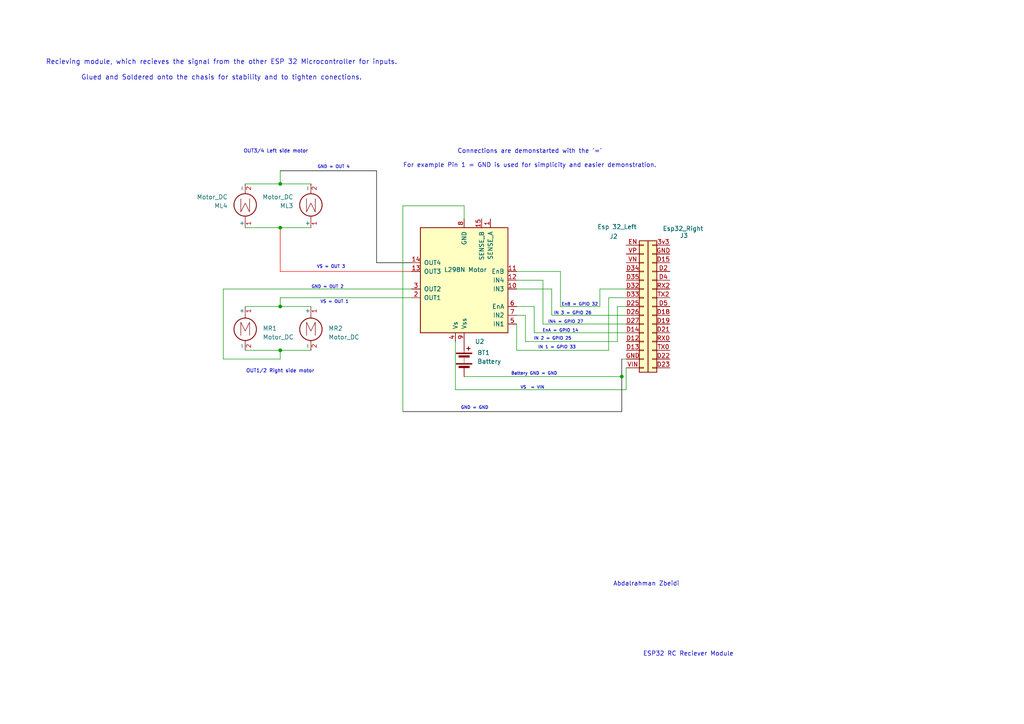
<source format=kicad_sch>
(kicad_sch (version 20250114) (generator "eeschema") (generator_version "9.0")
  (paper "A4")
  (lib_symbols
    (symbol "Conn_01x15_1" (pin_names (offset 1.016) (hide yes))
      (property "Reference" "J2" (at -9.906 20.32 0))
      (property "Value" "Esp 32_Left" (at -13.462 23.114 0))
      (symbol "Conn_01x15_1_1_1"
        (rectangle (start -1.27 19.05) (end 1.27 -19.05) (stroke (width 0.254)) (fill (type background)))
        (rectangle (start -1.27 17.907) (end 0 17.653) (stroke (width 0.1524)))
        (rectangle (start -1.27 15.367) (end 0 15.113) (stroke (width 0.1524)))
        (rectangle (start -1.27 12.827) (end 0 12.573) (stroke (width 0.1524)))
        (rectangle (start -1.27 10.287) (end 0 10.033) (stroke (width 0.1524)))
        (rectangle (start -1.27 7.747) (end 0 7.493) (stroke (width 0.1524)))
        (rectangle (start -1.27 5.207) (end 0 4.953) (stroke (width 0.1524)))
        (rectangle (start -1.27 2.667) (end 0 2.413) (stroke (width 0.1524)))
        (rectangle (start -1.27 0.127) (end 0 -0.127) (stroke (width 0.1524)))
        (rectangle (start -1.27 -2.413) (end 0 -2.667) (stroke (width 0.1524)))
        (rectangle (start -1.27 -4.953) (end 0 -5.207) (stroke (width 0.1524)))
        (rectangle (start -1.27 -7.493) (end 0 -7.747) (stroke (width 0.1524)))
        (rectangle (start -1.27 -10.033) (end 0 -10.287) (stroke (width 0.1524)))
        (rectangle (start -1.27 -12.573) (end 0 -12.827) (stroke (width 0.1524)))
        (rectangle (start -1.27 -15.113) (end 0 -15.367) (stroke (width 0.1524)))
        (rectangle (start -1.27 -17.653) (end 0 -17.907) (stroke (width 0.1524)))
        (pin passive line (at -5.08 17.78 0) (length 3.81) (name "Pin_1") (number "EN"))
        (pin passive line (at -5.08 15.24 0) (length 3.81) (name "Pin_2") (number "VP"))
        (pin passive line (at -5.08 12.7 0) (length 3.81) (name "Pin_3") (number "VN"))
        (pin passive line (at -5.08 10.16 0) (length 3.81) (name "Pin_4") (number "D34"))
        (pin passive line (at -5.08 7.62 0) (length 3.81) (name "Pin_5") (number "D35"))
        (pin passive line (at -5.08 5.08 0) (length 3.81) (name "Pin_6") (number "D32"))
        (pin passive line (at -5.08 2.54 0) (length 3.81) (name "Pin_7") (number "D33"))
        (pin passive line (at -5.08 0 0) (length 3.81) (name "Pin_8") (number "D25"))
        (pin passive line (at -5.08 -2.54 0) (length 3.81) (name "Pin_9") (number "D26"))
        (pin passive line (at -5.08 -5.08 0) (length 3.81) (name "Pin_10") (number "D27"))
        (pin passive line (at -5.08 -7.62 0) (length 3.81) (name "Pin_11") (number "D14"))
        (pin passive line (at -5.08 -10.16 0) (length 3.81) (name "Pin_12") (number "D12"))
        (pin passive line (at -5.08 -12.7 0) (length 3.81) (name "Pin_13") (number "D13"))
        (pin passive line (at -5.08 -15.24 0) (length 3.81) (name "Pin_14") (number "GND"))
        (pin passive line (at -5.08 -17.78 0) (length 3.81) (name "Pin_15") (number "VIN"))
      )
    )
    (symbol "Connector_Generic:Conn_01x15" (pin_names (offset 1.016) (hide yes))
      (property "Reference" "J3" (at -9.144 -20.574 0))
      (property "Value" "Esp32_Right" (at -8.89 -22.606 0))
      (symbol "Conn_01x15_1_1"
        (rectangle (start -1.27 19.05) (end 1.27 -19.05) (stroke (width 0.254)) (fill (type background)))
        (rectangle (start -1.27 17.907) (end 0 17.653) (stroke (width 0.1524)))
        (rectangle (start -1.27 15.367) (end 0 15.113) (stroke (width 0.1524)))
        (rectangle (start -1.27 12.827) (end 0 12.573) (stroke (width 0.1524)))
        (rectangle (start -1.27 10.287) (end 0 10.033) (stroke (width 0.1524)))
        (rectangle (start -1.27 7.747) (end 0 7.493) (stroke (width 0.1524)))
        (rectangle (start -1.27 5.207) (end 0 4.953) (stroke (width 0.1524)))
        (rectangle (start -1.27 2.667) (end 0 2.413) (stroke (width 0.1524)))
        (rectangle (start -1.27 0.127) (end 0 -0.127) (stroke (width 0.1524)))
        (rectangle (start -1.27 -2.413) (end 0 -2.667) (stroke (width 0.1524)))
        (rectangle (start -1.27 -4.953) (end 0 -5.207) (stroke (width 0.1524)))
        (rectangle (start -1.27 -7.493) (end 0 -7.747) (stroke (width 0.1524)))
        (rectangle (start -1.27 -10.033) (end 0 -10.287) (stroke (width 0.1524)))
        (rectangle (start -1.27 -12.573) (end 0 -12.827) (stroke (width 0.1524)))
        (rectangle (start -1.27 -15.113) (end 0 -15.367) (stroke (width 0.1524)))
        (rectangle (start -1.27 -17.653) (end 0 -17.907) (stroke (width 0.1524)))
        (pin passive line (at -5.08 17.78 0) (length 3.81) (name "Pin_1") (number "D23"))
        (pin passive line (at -5.08 15.24 0) (length 3.81) (name "Pin_2") (number "D22"))
        (pin passive line (at -5.08 12.7 0) (length 3.81) (name "Pin_3") (number "TX0"))
        (pin passive line (at -5.08 10.16 0) (length 3.81) (name "Pin_4") (number "RX0"))
        (pin passive line (at -5.08 7.62 0) (length 3.81) (name "Pin_5") (number "D21"))
        (pin passive line (at -5.08 5.08 0) (length 3.81) (name "Pin_6") (number "D19"))
        (pin passive line (at -5.08 2.54 0) (length 3.81) (name "Pin_7") (number "D18"))
        (pin passive line (at -5.08 0 0) (length 3.81) (name "Pin_8") (number "D5"))
        (pin passive line (at -5.08 -2.54 0) (length 3.81) (name "Pin_9") (number "TX2"))
        (pin passive line (at -5.08 -5.08 0) (length 3.81) (name "Pin_10") (number "RX2"))
        (pin passive line (at -5.08 -7.62 0) (length 3.81) (name "Pin_11") (number "D4"))
        (pin passive line (at -5.08 -10.16 0) (length 3.81) (name "Pin_12") (number "D2"))
        (pin passive line (at -5.08 -12.7 0) (length 3.81) (name "Pin_13") (number "D15"))
        (pin passive line (at -5.08 -15.24 0) (length 3.81) (name "Pin_14") (number "GND"))
        (pin passive line (at -5.08 -17.78 0) (length 3.81) (name "Pin_15") (number "3v3"))
      )
    )
    (symbol "Device:Battery" (pin_numbers (hide yes)) (pin_names (offset 0) (hide yes))
      (property "Reference" "BT" (at 2.54 2.54 0))
      (property "Value" "Battery" (at 2.54 0 0))
      (symbol "Battery_0_1"
        (rectangle (start -2.286 1.778) (end 2.286 1.524) (fill (type outline)))
        (rectangle (start -2.286 -1.27) (end 2.286 -1.524) (fill (type outline)))
        (rectangle (start -1.524 1.016) (end 1.524 0.508) (fill (type outline)))
        (rectangle (start -1.524 -2.032) (end 1.524 -2.54) (fill (type outline)))
        (polyline (pts (xy 0 1.778) (xy 0 2.54)))
        (polyline (pts (xy 0 0) (xy 0 0.254)))
        (polyline (pts (xy 0 -0.508) (xy 0 -0.254)))
        (polyline (pts (xy 0 -1.016) (xy 0 -0.762)))
        (polyline (pts (xy 0.762 3.048) (xy 1.778 3.048)) (stroke (width 0.254)))
        (polyline (pts (xy 1.27 3.556) (xy 1.27 2.54)) (stroke (width 0.254)))
      )
      (symbol "Battery_1_1"
        (pin passive line (at 0 5.08 270) (length 2.54) (name "+") (number "1"))
        (pin passive line (at 0 -5.08 90) (length 2.54) (name "-") (number "2"))
      )
    )
    (symbol "Driver_Motor:L298N" (pin_names (offset 1.016))
      (property "Reference" "U" (at -10.16 16.51 0))
      (property "Value" "L298N" (at 12.7 16.51 0))
      (symbol "L298N_0_1"
        (rectangle (start -12.7 15.24) (end 12.7 -15.24) (stroke (width 0.254)) (fill (type background)))
      )
      (symbol "L298N_1_1"
        (pin input line (at -15.24 12.7 0) (length 2.54) (name "IN1") (number "5"))
        (pin input line (at -15.24 10.16 0) (length 2.54) (name "IN2") (number "7"))
        (pin input line (at -15.24 7.62 0) (length 2.54) (name "EnA") (number "6"))
        (pin input line (at -15.24 2.54 0) (length 2.54) (name "IN3") (number "10"))
        (pin input line (at -15.24 0 0) (length 2.54) (name "IN4") (number "12"))
        (pin input line (at -15.24 -2.54 0) (length 2.54) (name "EnB") (number "11"))
        (pin power_in line (at -7.62 -17.78 90) (length 2.54) (name "SENSE_A") (number "1"))
        (pin power_in line (at -5.08 -17.78 90) (length 2.54) (name "SENSE_B") (number "15"))
        (pin power_in line (at 0 17.78 270) (length 2.54) (name "Vss") (number "9"))
        (pin power_in line (at 0 -17.78 90) (length 2.54) (name "GND") (number "8"))
        (pin power_in line (at 2.54 17.78 270) (length 2.54) (name "Vs") (number "4"))
        (pin output line (at 15.24 5.08 180) (length 2.54) (name "OUT1") (number "2"))
        (pin output line (at 15.24 2.54 180) (length 2.54) (name "OUT2") (number "3"))
        (pin output line (at 15.24 -2.54 180) (length 2.54) (name "OUT3") (number "13"))
        (pin output line (at 15.24 -5.08 180) (length 2.54) (name "OUT4") (number "14"))
      )
    )
    (symbol "Motor:Motor_DC" (pin_names (offset 0))
      (property "Reference" "M" (at 2.54 2.54 0))
      (property "Value" "Motor_DC" (at 2.54 -5.08 0))
      (symbol "Motor_DC_0_0"
        (polyline (pts (xy -1.27 -3.302) (xy -1.27 0.508) (xy 0 -2.032) (xy 1.27 0.508) (xy 1.27 -3.302)))
      )
      (symbol "Motor_DC_0_1"
        (polyline (pts (xy 0 2.032) (xy 0 2.54)))
        (polyline (pts (xy 0 1.7272) (xy 0 2.0828)))
        (circle (center 0 -1.524) (radius 3.2512) (stroke (width 0.254)))
        (polyline (pts (xy 0 -4.7752) (xy 0 -5.1816)))
        (polyline (pts (xy 0 -7.62) (xy 0 -7.112)))
      )
      (symbol "Motor_DC_1_1"
        (pin passive line (at 0 5.08 270) (length 2.54) (name "+") (number "1"))
        (pin passive line (at 0 -7.62 90) (length 2.54) (name "-") (number "2"))
      )
    )
  )
  (text "IN4 = GPIO 27" (at 164.084 93.472 0) (effects (font (size 0.889 0.889))))
  (text "ESP32 RC Reciever Module" (at 199.644 189.738 0) (effects (font (size 1.27 1.27))))
  (text "Recieving module, which recieves the signal from the other ESP 32 Microcontroller for inputs.\n\nGlued and Soldered onto the chasis for stability and to tighten conections." (at 64.262 20.32 0) (effects (font (size 1.397 1.397))))
  (text "Abdalrahman Zbeidi" (at 187.452 169.418 0) (effects (font (size 1.27 1.27))))
  (text "OUT3/4 Left side motor" (at 80.01 43.942 0) (effects (font (size 1.016 1.016))))
  (text "VS = OUT 3" (at 96.012 77.47 0) (effects (font (size 0.889 0.889))))
  (text "EnB = GPIO 32" (at 168.148 88.392 0) (effects (font (size 0.889 0.889))))
  (text "EnA = GPIO 14" (at 162.56 96.012 0) (effects (font (size 0.889 0.889))))
  (text "GND = OUT 2" (at 94.996 83.312 0) (effects (font (size 0.889 0.889))))
  (text "VS = OUT 1" (at 97.028 87.63 0) (effects (font (size 0.889 0.889))))
  (text "IN 1 = GPIO 33" (at 161.544 100.838 0) (effects (font (size 0.889 0.889))))
  (text "VS  = VIN\n" (at 154.432 112.522 0) (effects (font (size 0.889 0.889))))
  (text "IN 2 = GPIO 25" (at 160.274 98.298 0) (effects (font (size 0.889 0.889))))
  (text "OUT1/2 Right side motor\n" (at 81.28 107.696 0) (effects (font (size 1.016 1.016))))
  (text "Battery GND = GND\n" (at 154.94 108.458 0) (effects (font (size 0.889 0.889))))
  (text "GND = GND" (at 137.668 118.364 0) (effects (font (size 0.889 0.889))))
  (text "IN 3 = GPIO 26" (at 166.116 90.932 0) (effects (font (size 0.889 0.889))))
  (text "GND = OUT 4" (at 96.774 48.514 0) (effects (font (size 0.889 0.889))))
  (text "Connections are demonstarted with the '='\n\nFor example Pin 1 = GND is used for simplicity and easier demonstration." (at 153.67 45.974 0) (effects (font (size 1.27 1.27))))
  (junction (at 81.28 66.04))
  (junction (at 180.34 109.22))
  (junction (at 81.28 101.6))
  (junction (at 81.28 53.34))
  (junction (at 81.28 88.9))
  (wire (pts (xy 64.77 104.14) (xy 64.77 83.82)))
  (wire (pts (xy 149.86 91.44) (xy 152.4 91.44)))
  (wire (pts (xy 157.48 81.28) (xy 157.48 93.98)))
  (wire (pts (xy 160.02 83.82) (xy 160.02 91.44)))
  (wire (pts (xy 109.22 49.53) (xy 109.22 76.2)) (stroke (width 0) (color 0 0 0 1)))
  (wire (pts (xy 90.17 66.04) (xy 81.28 66.04)))
  (wire (pts (xy 180.34 119.38) (xy 180.34 109.22)) (stroke (width 0) (color 8 0 0 1)))
  (wire (pts (xy 179.07 88.9) (xy 181.61 88.9)))
  (wire (pts (xy 81.28 49.53) (xy 109.22 49.53)) (stroke (width 0) (color 0 0 0 1)))
  (wire (pts (xy 149.86 78.74) (xy 162.56 78.74)))
  (wire (pts (xy 71.12 88.9) (xy 81.28 88.9)))
  (wire (pts (xy 176.53 86.36) (xy 176.53 101.6)))
  (wire (pts (xy 179.07 88.9) (xy 179.07 99.06)))
  (wire (pts (xy 81.28 66.04) (xy 81.28 78.74)) (stroke (width 0) (color 255 0 0 1)))
  (wire (pts (xy 162.56 88.9) (xy 173.99 88.9)))
  (wire (pts (xy 134.62 63.5) (xy 134.62 59.69)))
  (wire (pts (xy 81.28 66.04) (xy 71.12 66.04)))
  (wire (pts (xy 162.56 78.74) (xy 162.56 88.9)))
  (wire (pts (xy 134.62 59.69) (xy 116.84 59.69)))
  (wire (pts (xy 81.28 88.9) (xy 81.28 86.36)))
  (wire (pts (xy 116.84 119.38) (xy 180.34 119.38)) (stroke (width 0) (color 8 0 0 1)))
  (wire (pts (xy 81.28 53.34) (xy 81.28 49.53)))
  (wire (pts (xy 132.08 99.06) (xy 132.08 113.03)))
  (wire (pts (xy 81.28 78.74) (xy 119.38 78.74)) (stroke (width 0) (color 255 0 0 1)))
  (wire (pts (xy 157.48 93.98) (xy 181.61 93.98)))
  (wire (pts (xy 173.99 83.82) (xy 181.61 83.82)))
  (wire (pts (xy 154.94 96.52) (xy 181.61 96.52)))
  (wire (pts (xy 180.34 104.14) (xy 181.61 104.14)))
  (wire (pts (xy 149.86 81.28) (xy 157.48 81.28)))
  (wire (pts (xy 64.77 83.82) (xy 119.38 83.82)))
  (wire (pts (xy 149.86 93.98) (xy 149.86 101.6)))
  (wire (pts (xy 81.28 101.6) (xy 81.28 104.14)))
  (wire (pts (xy 180.34 109.22) (xy 180.34 104.14)) (stroke (width 0) (color 8 0 0 1)))
  (wire (pts (xy 173.99 88.9) (xy 173.99 83.82)))
  (wire (pts (xy 81.28 86.36) (xy 119.38 86.36)))
  (wire (pts (xy 181.61 113.03) (xy 181.61 106.68)))
  (wire (pts (xy 81.28 104.14) (xy 64.77 104.14)))
  (wire (pts (xy 71.12 101.6) (xy 81.28 101.6)))
  (wire (pts (xy 176.53 86.36) (xy 181.61 86.36)))
  (wire (pts (xy 149.86 83.82) (xy 160.02 83.82)))
  (wire (pts (xy 81.28 88.9) (xy 90.17 88.9)))
  (wire (pts (xy 132.08 113.03) (xy 181.61 113.03)))
  (wire (pts (xy 109.22 76.2) (xy 119.38 76.2)) (stroke (width 0) (color 0 0 0 1)))
  (wire (pts (xy 152.4 99.06) (xy 179.07 99.06)))
  (wire (pts (xy 134.62 109.22) (xy 180.34 109.22)))
  (wire (pts (xy 160.02 91.44) (xy 181.61 91.44)))
  (wire (pts (xy 149.86 88.9) (xy 154.94 88.9)))
  (wire (pts (xy 71.12 53.34) (xy 81.28 53.34)))
  (wire (pts (xy 81.28 53.34) (xy 90.17 53.34)))
  (wire (pts (xy 149.86 101.6) (xy 176.53 101.6)))
  (wire (pts (xy 116.84 59.69) (xy 116.84 119.38)))
  (wire (pts (xy 81.28 101.6) (xy 90.17 101.6)))
  (wire (pts (xy 154.94 88.9) (xy 154.94 96.52)))
  (wire (pts (xy 152.4 91.44) (xy 152.4 99.06)))
  (symbol (lib_id "Motor:Motor_DC") (at 90.17 60.96 180) (unit 1)
    (property "Reference" "ML3" (at 85.09 59.6901 0) (effects (justify left)))
    (property "Value" "Motor_DC" (at 85.09 57.1501 0) (effects (justify left)))
    (property "Description" "DC Motor" (effects (hide yes)))
  )
  (symbol (lib_id "Motor:Motor_DC") (at 90.17 93.98 0) (unit 1)
    (property "Reference" "MR2" (at 95.25 95.2499 0) (effects (justify left)))
    (property "Value" "Motor_DC" (at 95.25 97.7899 0) (effects (justify left)))
    (property "Description" "DC Motor" (effects (hide yes)))
  )
  (symbol (lib_id "Motor:Motor_DC") (at 71.12 60.96 180) (unit 1)
    (property "Reference" "ML4" (at 66.04 59.6901 0) (effects (justify left)))
    (property "Value" "Motor_DC" (at 66.04 57.1501 0) (effects (justify left)))
    (property "Description" "DC Motor" (effects (hide yes)))
  )
  (symbol (lib_id "Device:Battery") (at 134.62 104.14 0) (unit 1)
    (property "Reference" "BT1" (at 138.43 102.2984 0) (effects (justify left)))
    (property "Value" "Battery" (at 138.43 104.8384 0) (effects (justify left)))
    (property "Description" "Multiple-cell battery" (effects (hide yes)))
  )
  (symbol (lib_id "Driver_Motor:L298N") (at 134.62 81.28 180) (unit 1)
    (property "Reference" "U2" (at 137.7381 99.06 0) (effects (justify right)))
    (property "Value" "L298N Motor" (at 128.778 78.232 0) (effects (justify right)))
    (property "Footprint" "Package_TO_SOT_THT:TO-220-15_P2.54x2.54mm_StaggerOdd_Lead4.58mm_Vertical" (effects (hide yes)))
    (property "Datasheet" "http://www.st.com/st-web-ui/static/active/en/resource/technical/document/datasheet/CD00000240.pdf" (effects (hide yes)))
    (property "Description" "Dual full bridge motor driver, up to 46V, 4A, Multiwatt15-V" (effects (hide yes)))
  )
  (symbol (lib_name "Conn_01x15_1") (lib_id "Connector_Generic:Conn_01x15") (at 186.69 88.9 0) (unit 1)
    (property "Reference" "J2" (at 176.784 68.58 0) (effects (justify left)))
    (property "Value" "Esp 32_Left" (at 173.228 65.786 0) (effects (justify left)))
    (property "Description" "Generic connector, single row, 01x15, script generated (kicad-library-utils/schlib/autogen/connector/)" (effects (hide yes)))
  )
  (symbol (lib_id "Connector_Generic:Conn_01x15") (at 189.23 88.9 180) (unit 1)
    (property "Reference" "J3" (at 198.374 68.326 0))
    (property "Value" "Esp32_Right" (at 198.12 66.294 0))
    (property "Description" "Generic connector, single row, 01x15, script generated (kicad-library-utils/schlib/autogen/connector/)" (effects (hide yes)))
  )
  (symbol (lib_id "Motor:Motor_DC") (at 71.12 93.98 0) (unit 1)
    (property "Reference" "MR1" (at 76.2 95.2499 0) (effects (justify left)))
    (property "Value" "Motor_DC" (at 76.2 97.7899 0) (effects (justify left)))
    (property "Description" "DC Motor" (effects (hide yes)))
  )
)
</source>
